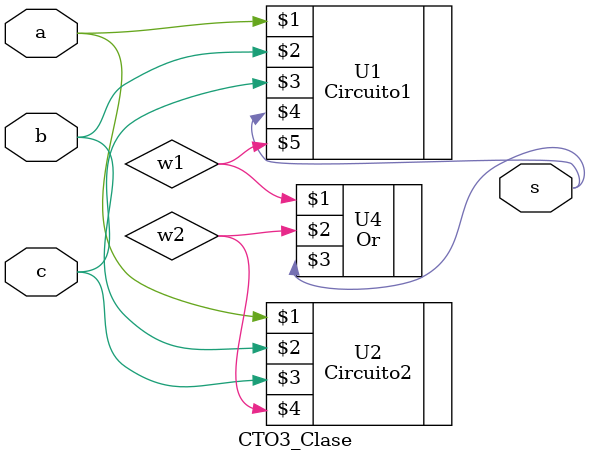
<source format=sv>
module CTO3_Clase (a,b,c,s);
  
  input a,b,c;
  output s;
  wire w1,w2,w3,w4,w5,w6;
  
  Circuito1 U1(a,b,c,s,w1);
  Circuito2 U2(a,b,c,w2);
  Or U4(w1,w2,s);
  
endmodule
</source>
